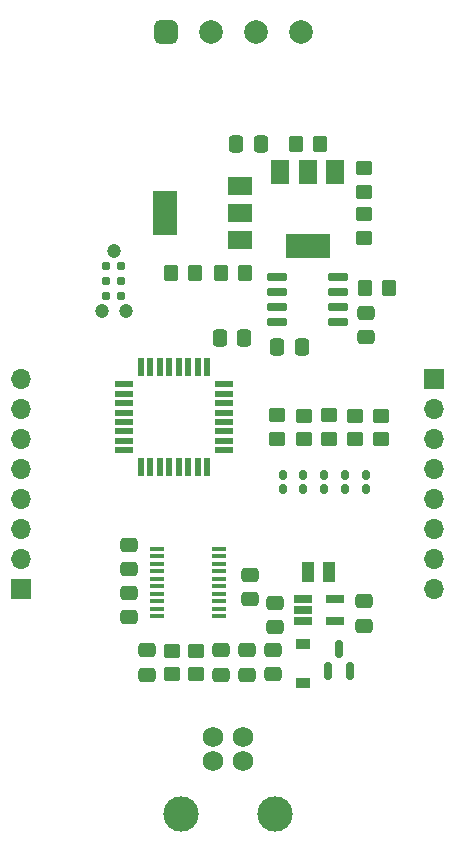
<source format=gbr>
%TF.GenerationSoftware,KiCad,Pcbnew,(6.0.10)*%
%TF.CreationDate,2023-02-16T14:40:38+00:00*%
%TF.ProjectId,Supplytest,53757070-6c79-4746-9573-742e6b696361,rev?*%
%TF.SameCoordinates,Original*%
%TF.FileFunction,Soldermask,Top*%
%TF.FilePolarity,Negative*%
%FSLAX46Y46*%
G04 Gerber Fmt 4.6, Leading zero omitted, Abs format (unit mm)*
G04 Created by KiCad (PCBNEW (6.0.10)) date 2023-02-16 14:40:38*
%MOMM*%
%LPD*%
G01*
G04 APERTURE LIST*
G04 Aperture macros list*
%AMRoundRect*
0 Rectangle with rounded corners*
0 $1 Rounding radius*
0 $2 $3 $4 $5 $6 $7 $8 $9 X,Y pos of 4 corners*
0 Add a 4 corners polygon primitive as box body*
4,1,4,$2,$3,$4,$5,$6,$7,$8,$9,$2,$3,0*
0 Add four circle primitives for the rounded corners*
1,1,$1+$1,$2,$3*
1,1,$1+$1,$4,$5*
1,1,$1+$1,$6,$7*
1,1,$1+$1,$8,$9*
0 Add four rect primitives between the rounded corners*
20,1,$1+$1,$2,$3,$4,$5,0*
20,1,$1+$1,$4,$5,$6,$7,0*
20,1,$1+$1,$6,$7,$8,$9,0*
20,1,$1+$1,$8,$9,$2,$3,0*%
G04 Aperture macros list end*
%ADD10R,1.200000X0.400000*%
%ADD11R,1.700000X1.700000*%
%ADD12O,1.700000X1.700000*%
%ADD13RoundRect,0.250000X0.475000X-0.337500X0.475000X0.337500X-0.475000X0.337500X-0.475000X-0.337500X0*%
%ADD14RoundRect,0.250000X-0.475000X0.337500X-0.475000X-0.337500X0.475000X-0.337500X0.475000X0.337500X0*%
%ADD15R,2.000000X1.500000*%
%ADD16R,2.000000X3.800000*%
%ADD17R,1.020000X1.780000*%
%ADD18RoundRect,0.160000X0.160000X-0.222500X0.160000X0.222500X-0.160000X0.222500X-0.160000X-0.222500X0*%
%ADD19RoundRect,0.150000X0.725000X0.150000X-0.725000X0.150000X-0.725000X-0.150000X0.725000X-0.150000X0*%
%ADD20RoundRect,0.250000X0.337500X0.475000X-0.337500X0.475000X-0.337500X-0.475000X0.337500X-0.475000X0*%
%ADD21RoundRect,0.250000X-0.450000X0.350000X-0.450000X-0.350000X0.450000X-0.350000X0.450000X0.350000X0*%
%ADD22RoundRect,0.150000X0.150000X-0.587500X0.150000X0.587500X-0.150000X0.587500X-0.150000X-0.587500X0*%
%ADD23C,1.750000*%
%ADD24C,3.000000*%
%ADD25RoundRect,0.250000X0.350000X0.450000X-0.350000X0.450000X-0.350000X-0.450000X0.350000X-0.450000X0*%
%ADD26R,1.560000X0.650000*%
%ADD27R,1.500000X2.000000*%
%ADD28R,3.800000X2.000000*%
%ADD29C,1.200000*%
%ADD30C,0.787000*%
%ADD31RoundRect,0.500000X-0.500000X-0.500000X0.500000X-0.500000X0.500000X0.500000X-0.500000X0.500000X0*%
%ADD32C,2.000000*%
%ADD33RoundRect,0.250000X0.450000X-0.350000X0.450000X0.350000X-0.450000X0.350000X-0.450000X-0.350000X0*%
%ADD34R,0.550000X1.600000*%
%ADD35R,1.600000X0.550000*%
%ADD36R,1.200000X0.900000*%
G04 APERTURE END LIST*
D10*
%TO.C,U4*%
X201290000Y-105090000D03*
X201290000Y-105725000D03*
X201290000Y-106360000D03*
X201290000Y-106995000D03*
X201290000Y-107630000D03*
X201290000Y-108265000D03*
X201290000Y-108900000D03*
X201290000Y-109535000D03*
X201290000Y-110170000D03*
X201290000Y-110805000D03*
X206490000Y-110805000D03*
X206490000Y-110170000D03*
X206490000Y-109535000D03*
X206490000Y-108900000D03*
X206490000Y-108265000D03*
X206490000Y-107630000D03*
X206490000Y-106995000D03*
X206490000Y-106360000D03*
X206490000Y-105725000D03*
X206490000Y-105090000D03*
%TD*%
D11*
%TO.C,J2*%
X224734286Y-90762500D03*
D12*
X224734286Y-93302500D03*
X224734286Y-95842500D03*
X224734286Y-98382500D03*
X224734286Y-100922500D03*
X224734286Y-103462500D03*
X224734286Y-106002500D03*
X224734286Y-108542500D03*
%TD*%
D11*
%TO.C,J1*%
X189734286Y-108512500D03*
D12*
X189734286Y-105972500D03*
X189734286Y-103432500D03*
X189734286Y-100892500D03*
X189734286Y-98352500D03*
X189734286Y-95812500D03*
X189734286Y-93272500D03*
X189734286Y-90732500D03*
%TD*%
D13*
%TO.C,C10*%
X209170000Y-109375000D03*
X209170000Y-107300000D03*
%TD*%
D14*
%TO.C,FB1*%
X208880000Y-113690000D03*
X208880000Y-115765000D03*
%TD*%
D15*
%TO.C,Q2*%
X208270000Y-78967500D03*
D16*
X201970000Y-76667500D03*
D15*
X208270000Y-76667500D03*
X208270000Y-74367500D03*
%TD*%
D17*
%TO.C,L1*%
X214080000Y-107037500D03*
X215860000Y-107037500D03*
%TD*%
D18*
%TO.C,D5*%
X217200976Y-100010000D03*
X217200976Y-98865000D03*
%TD*%
D19*
%TO.C,U1*%
X216575000Y-85902500D03*
X216575000Y-84632500D03*
X216575000Y-83362500D03*
X216575000Y-82092500D03*
X211425000Y-82092500D03*
X211425000Y-83362500D03*
X211425000Y-84632500D03*
X211425000Y-85902500D03*
%TD*%
D20*
%TO.C,C1*%
X213497500Y-87977500D03*
X211422500Y-87977500D03*
%TD*%
D21*
%TO.C,R11*%
X218040000Y-93837500D03*
X218040000Y-95837500D03*
%TD*%
D13*
%TO.C,C3*%
X218940000Y-87185000D03*
X218940000Y-85110000D03*
%TD*%
D22*
%TO.C,D4*%
X216660000Y-113580000D03*
X215710000Y-115455000D03*
X217610000Y-115455000D03*
%TD*%
D23*
%TO.C,J3*%
X208520000Y-121067500D03*
X206020000Y-121067500D03*
X206020000Y-123067500D03*
X208520000Y-123067500D03*
D24*
X203270000Y-127557500D03*
X211270000Y-127557500D03*
%TD*%
D14*
%TO.C,C9*%
X198900000Y-108815000D03*
X198900000Y-110890000D03*
%TD*%
D21*
%TO.C,R13*%
X215860000Y-93817500D03*
X215860000Y-95817500D03*
%TD*%
D25*
%TO.C,R1*%
X220880000Y-83017500D03*
X218880000Y-83017500D03*
%TD*%
%TO.C,R4*%
X208690000Y-81777500D03*
X206690000Y-81777500D03*
%TD*%
D21*
%TO.C,R10*%
X220200000Y-93847500D03*
X220200000Y-95847500D03*
%TD*%
D26*
%TO.C,U3*%
X213620000Y-109327500D03*
X213620000Y-110277500D03*
X213620000Y-111227500D03*
X216320000Y-111227500D03*
X216320000Y-109327500D03*
%TD*%
D20*
%TO.C,C7*%
X210027500Y-70817500D03*
X207952500Y-70817500D03*
%TD*%
D18*
%TO.C,D6*%
X213659024Y-100010000D03*
X213659024Y-98865000D03*
%TD*%
D21*
%TO.C,R8*%
X218810000Y-76797500D03*
X218810000Y-78797500D03*
%TD*%
D25*
%TO.C,R5*%
X204478095Y-81787500D03*
X202478095Y-81787500D03*
%TD*%
D27*
%TO.C,Q1*%
X216310000Y-73207500D03*
D28*
X214010000Y-79507500D03*
D27*
X214010000Y-73207500D03*
X211710000Y-73207500D03*
%TD*%
D13*
%TO.C,C4*%
X206660000Y-115755000D03*
X206660000Y-113680000D03*
%TD*%
%TO.C,C8*%
X211290000Y-111755000D03*
X211290000Y-109680000D03*
%TD*%
D29*
%TO.C,J5*%
X196594000Y-84942500D03*
X197610000Y-79862500D03*
X198626000Y-84942500D03*
D30*
X196975000Y-81132500D03*
X198245000Y-81132500D03*
X196975000Y-82402500D03*
X198245000Y-82402500D03*
X196975000Y-83672500D03*
X198245000Y-83672500D03*
%TD*%
D18*
%TO.C,D7*%
X215430000Y-100010000D03*
X215430000Y-98865000D03*
%TD*%
D21*
%TO.C,R12*%
X213700000Y-93827500D03*
X213700000Y-95827500D03*
%TD*%
D31*
%TO.C,J4*%
X201995000Y-61337500D03*
D32*
X205805000Y-61337500D03*
X209615000Y-61337500D03*
X213425000Y-61337500D03*
%TD*%
D25*
%TO.C,R3*%
X215060000Y-70807500D03*
X213060000Y-70807500D03*
%TD*%
D14*
%TO.C,C5*%
X211070000Y-113670000D03*
X211070000Y-115745000D03*
%TD*%
D33*
%TO.C,R6*%
X204560000Y-115717500D03*
X204560000Y-113717500D03*
%TD*%
D18*
%TO.C,D3*%
X218971953Y-100010000D03*
X218971953Y-98865000D03*
%TD*%
D33*
%TO.C,R9*%
X202500000Y-115717500D03*
X202500000Y-113717500D03*
%TD*%
D13*
%TO.C,C12*%
X198910000Y-106850000D03*
X198910000Y-104775000D03*
%TD*%
D21*
%TO.C,R2*%
X211450000Y-93817500D03*
X211450000Y-95817500D03*
%TD*%
D18*
%TO.C,D1*%
X211888048Y-100010000D03*
X211888048Y-98865000D03*
%TD*%
D20*
%TO.C,C2*%
X208637500Y-87227500D03*
X206562500Y-87227500D03*
%TD*%
D13*
%TO.C,C6*%
X200380000Y-115755000D03*
X200380000Y-113680000D03*
%TD*%
D21*
%TO.C,R7*%
X218810000Y-72877500D03*
X218810000Y-74877500D03*
%TD*%
D34*
%TO.C,U2*%
X205490000Y-89717500D03*
X204690000Y-89717500D03*
X203890000Y-89717500D03*
X203090000Y-89717500D03*
X202290000Y-89717500D03*
X201490000Y-89717500D03*
X200690000Y-89717500D03*
X199890000Y-89717500D03*
D35*
X198440000Y-91167500D03*
X198440000Y-91967500D03*
X198440000Y-92767500D03*
X198440000Y-93567500D03*
X198440000Y-94367500D03*
X198440000Y-95167500D03*
X198440000Y-95967500D03*
X198440000Y-96767500D03*
D34*
X199890000Y-98217500D03*
X200690000Y-98217500D03*
X201490000Y-98217500D03*
X202290000Y-98217500D03*
X203090000Y-98217500D03*
X203890000Y-98217500D03*
X204690000Y-98217500D03*
X205490000Y-98217500D03*
D35*
X206940000Y-96767500D03*
X206940000Y-95967500D03*
X206940000Y-95167500D03*
X206940000Y-94367500D03*
X206940000Y-93567500D03*
X206940000Y-92767500D03*
X206940000Y-91967500D03*
X206940000Y-91167500D03*
%TD*%
D13*
%TO.C,C11*%
X218810000Y-111605000D03*
X218810000Y-109530000D03*
%TD*%
D36*
%TO.C,D2*%
X213600000Y-113127500D03*
X213600000Y-116427500D03*
%TD*%
M02*

</source>
